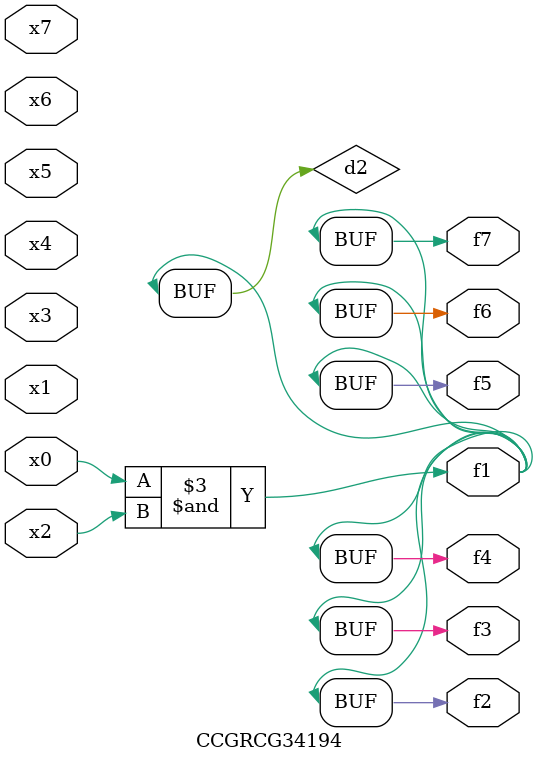
<source format=v>
module CCGRCG34194(
	input x0, x1, x2, x3, x4, x5, x6, x7,
	output f1, f2, f3, f4, f5, f6, f7
);

	wire d1, d2;

	nor (d1, x3, x6);
	and (d2, x0, x2);
	assign f1 = d2;
	assign f2 = d2;
	assign f3 = d2;
	assign f4 = d2;
	assign f5 = d2;
	assign f6 = d2;
	assign f7 = d2;
endmodule

</source>
